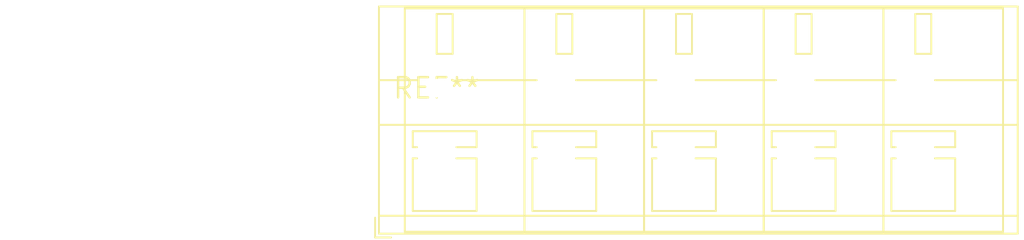
<source format=kicad_pcb>
(kicad_pcb (version 20240108) (generator pcbnew)
  (layers (0 "F.Cu" signal) (31 "B.Cu" signal) (34 "B.Paste" user) (35 "F.Paste" user) (36 "B.SilkS" user "B.Silkscreen") (37 "F.SilkS" user "F.Silkscreen") (38 "B.Mask" user) (39 "F.Mask" user) (44 "Edge.Cuts" user))
  (net 0 "")
  (footprint "TerminalBlock_WAGO_236-505_1x05_P7.50mm_45Degree" (layer "F.Cu") (at 0 0)
    (property "Reference" "REF**")
    (property "Value" "TerminalBlock_WAGO_236-505_1x05_P7.50mm_45Degree")
    (fp_line (start -3.86 8.12) (end -3.86 9.36) (layer "F.SilkS") (stroke (width 0.12)))
    (fp_line (start -3.86 9.36) (end -2.86 9.36) (layer "F.SilkS") (stroke (width 0.12)))
    (fp_line (start -3.62 -5.12) (end -3.62 9.12) (layer "F.SilkS") (stroke (width 0.12)))
    (fp_line (start -3.62 -5.12) (end 36.42 -5.12) (layer "F.SilkS") (stroke (width 0.12)))
    (fp_line (start -3.62 -0.5) (end -1.23 -0.5) (layer "F.SilkS") (stroke (width 0.12)))
    (fp_line (start -3.62 2.3) (end 36.42 2.3) (layer "F.SilkS") (stroke (width 0.12)))
    (fp_line (start -3.62 8) (end 36.42 8) (layer "F.SilkS") (stroke (width 0.12)))
    (fp_line (start -3.62 9.12) (end 36.42 9.12) (layer "F.SilkS") (stroke (width 0.12)))
    (fp_line (start -2 -5) (end -2 9) (layer "F.SilkS") (stroke (width 0.12)))
    (fp_line (start -2 -5) (end 5.5 -5) (layer "F.SilkS") (stroke (width 0.12)))
    (fp_line (start -2 9) (end 5.5 9) (layer "F.SilkS") (stroke (width 0.12)))
    (fp_line (start -1.5 2.7) (end -1.5 3.7) (layer "F.SilkS") (stroke (width 0.12)))
    (fp_line (start -1.5 2.7) (end 2.5 2.7) (layer "F.SilkS") (stroke (width 0.12)))
    (fp_line (start -1.5 3.7) (end -1.23 3.7) (layer "F.SilkS") (stroke (width 0.12)))
    (fp_line (start -1.5 4.4) (end -1.5 7.7) (layer "F.SilkS") (stroke (width 0.12)))
    (fp_line (start -1.5 4.4) (end -1.23 4.4) (layer "F.SilkS") (stroke (width 0.12)))
    (fp_line (start -1.5 7.7) (end 2.5 7.7) (layer "F.SilkS") (stroke (width 0.12)))
    (fp_line (start 0 -4.65) (end 0 -2.151) (layer "F.SilkS") (stroke (width 0.12)))
    (fp_line (start 0 -4.65) (end 1 -4.65) (layer "F.SilkS") (stroke (width 0.12)))
    (fp_line (start 0 -2.151) (end 1 -2.151) (layer "F.SilkS") (stroke (width 0.12)))
    (fp_line (start 1 -4.65) (end 1 -2.151) (layer "F.SilkS") (stroke (width 0.12)))
    (fp_line (start 1.23 -0.5) (end 6.27 -0.5) (layer "F.SilkS") (stroke (width 0.12)))
    (fp_line (start 1.23 3.7) (end 2.5 3.7) (layer "F.SilkS") (stroke (width 0.12)))
    (fp_line (start 1.23 4.4) (end 2.5 4.4) (layer "F.SilkS") (stroke (width 0.12)))
    (fp_line (start 2.5 2.7) (end 2.5 3.7) (layer "F.SilkS") (stroke (width 0.12)))
    (fp_line (start 2.5 4.4) (end 2.5 7.7) (layer "F.SilkS") (stroke (width 0.12)))
    (fp_line (start 5.5 -5) (end 5.5 9) (layer "F.SilkS") (stroke (width 0.12)))
    (fp_line (start 5.5 -5) (end 5.5 9) (layer "F.SilkS") (stroke (width 0.12)))
    (fp_line (start 5.5 -5) (end 13 -5) (layer "F.SilkS") (stroke (width 0.12)))
    (fp_line (start 5.5 9) (end 13 9) (layer "F.SilkS") (stroke (width 0.12)))
    (fp_line (start 6 2.7) (end 6 3.7) (layer "F.SilkS") (stroke (width 0.12)))
    (fp_line (start 6 2.7) (end 10 2.7) (layer "F.SilkS") (stroke (width 0.12)))
    (fp_line (start 6 3.7) (end 6.27 3.7) (layer "F.SilkS") (stroke (width 0.12)))
    (fp_line (start 6 4.4) (end 6 7.7) (layer "F.SilkS") (stroke (width 0.12)))
    (fp_line (start 6 4.4) (end 6.27 4.4) (layer "F.SilkS") (stroke (width 0.12)))
    (fp_line (start 6 7.7) (end 10 7.7) (layer "F.SilkS") (stroke (width 0.12)))
    (fp_line (start 7.5 -4.65) (end 7.5 -2.151) (layer "F.SilkS") (stroke (width 0.12)))
    (fp_line (start 7.5 -4.65) (end 8.5 -4.65) (layer "F.SilkS") (stroke (width 0.12)))
    (fp_line (start 7.5 -2.151) (end 8.5 -2.151) (layer "F.SilkS") (stroke (width 0.12)))
    (fp_line (start 8.5 -4.65) (end 8.5 -2.151) (layer "F.SilkS") (stroke (width 0.12)))
    (fp_line (start 8.73 -0.5) (end 13.77 -0.5) (layer "F.SilkS") (stroke (width 0.12)))
    (fp_line (start 8.73 3.7) (end 10 3.7) (layer "F.SilkS") (stroke (width 0.12)))
    (fp_line (start 8.73 4.4) (end 10 4.4) (layer "F.SilkS") (stroke (width 0.12)))
    (fp_line (start 10 2.7) (end 10 3.7) (layer "F.SilkS") (stroke (width 0.12)))
    (fp_line (start 10 4.4) (end 10 7.7) (layer "F.SilkS") (stroke (width 0.12)))
    (fp_line (start 13 -5) (end 13 9) (layer "F.SilkS") (stroke (width 0.12)))
    (fp_line (start 13 -5) (end 13 9) (layer "F.SilkS") (stroke (width 0.12)))
    (fp_line (start 13 -5) (end 20.5 -5) (layer "F.SilkS") (stroke (width 0.12)))
    (fp_line (start 13 9) (end 20.5 9) (layer "F.SilkS") (stroke (width 0.12)))
    (fp_line (start 13.5 2.7) (end 13.5 3.7) (layer "F.SilkS") (stroke (width 0.12)))
    (fp_line (start 13.5 2.7) (end 17.5 2.7) (layer "F.SilkS") (stroke (width 0.12)))
    (fp_line (start 13.5 3.7) (end 13.77 3.7) (layer "F.SilkS") (stroke (width 0.12)))
    (fp_line (start 13.5 4.4) (end 13.5 7.7) (layer "F.SilkS") (stroke (width 0.12)))
    (fp_line (start 13.5 4.4) (end 13.77 4.4) (layer "F.SilkS") (stroke (width 0.12)))
    (fp_line (start 13.5 7.7) (end 17.5 7.7) (layer "F.SilkS") (stroke (width 0.12)))
    (fp_line (start 15 -4.65) (end 15 -2.151) (layer "F.SilkS") (stroke (width 0.12)))
    (fp_line (start 15 -4.65) (end 16 -4.65) (layer "F.SilkS") (stroke (width 0.12)))
    (fp_line (start 15 -2.151) (end 16 -2.151) (layer "F.SilkS") (stroke (width 0.12)))
    (fp_line (start 16 -4.65) (end 16 -2.151) (layer "F.SilkS") (stroke (width 0.12)))
    (fp_line (start 16.23 -0.5) (end 21.27 -0.5) (layer "F.SilkS") (stroke (width 0.12)))
    (fp_line (start 16.23 3.7) (end 17.5 3.7) (layer "F.SilkS") (stroke (width 0.12)))
    (fp_line (start 16.23 4.4) (end 17.5 4.4) (layer "F.SilkS") (stroke (width 0.12)))
    (fp_line (start 17.5 2.7) (end 17.5 3.7) (layer "F.SilkS") (stroke (width 0.12)))
    (fp_line (start 17.5 4.4) (end 17.5 7.7) (layer "F.SilkS") (stroke (width 0.12)))
    (fp_line (start 20.5 -5) (end 20.5 9) (layer "F.SilkS") (stroke (width 0.12)))
    (fp_line (start 20.5 -5) (end 20.5 9) (layer "F.SilkS") (stroke (width 0.12)))
    (fp_line (start 20.5 -5) (end 28 -5) (layer "F.SilkS") (stroke (width 0.12)))
    (fp_line (start 20.5 9) (end 28 9) (layer "F.SilkS") (stroke (width 0.12)))
    (fp_line (start 21 2.7) (end 21 3.7) (layer "F.SilkS") (stroke (width 0.12)))
    (fp_line (start 21 2.7) (end 25 2.7) (layer "F.SilkS") (stroke (width 0.12)))
    (fp_line (start 21 3.7) (end 21.27 3.7) (layer "F.SilkS") (stroke (width 0.12)))
    (fp_line (start 21 4.4) (end 21 7.7) (layer "F.SilkS") (stroke (width 0.12)))
    (fp_line (start 21 4.4) (end 21.27 4.4) (layer "F.SilkS") (stroke (width 0.12)))
    (fp_line (start 21 7.7) (end 25 7.7) (layer "F.SilkS") (stroke (width 0.12)))
    (fp_line (start 22.5 -4.65) (end 22.5 -2.151) (layer "F.SilkS") (stroke (width 0.12)))
    (fp_line (start 22.5 -4.65) (end 23.5 -4.65) (layer "F.SilkS") (stroke (width 0.12)))
    (fp_line (start 22.5 -2.151) (end 23.5 -2.151) (layer "F.SilkS") (stroke (width 0.12)))
    (fp_line (start 23.5 -4.65) (end 23.5 -2.151) (layer "F.SilkS") (stroke (width 0.12)))
    (fp_line (start 23.73 -0.5) (end 28.77 -0.5) (layer "F.SilkS") (stroke (width 0.12)))
    (fp_line (start 23.73 3.7) (end 25 3.7) (layer "F.SilkS") (stroke (width 0.12)))
    (fp_line (start 23.73 4.4) (end 25 4.4) (layer "F.SilkS") (stroke (width 0.12)))
    (fp_line (start 25 2.7) (end 25 3.7) (layer "F.SilkS") (stroke (width 0.12)))
    (fp_line (start 25 4.4) (end 25 7.7) (layer "F.SilkS") (stroke (width 0.12)))
    (fp_line (start 28 -5) (end 28 9) (layer "F.SilkS") (stroke (width 0.12)))
    (fp_line (start 28 -5) (end 28 9) (layer "F.SilkS") (stroke (width 0.12)))
    (fp_line (start 28 -5) (end 35.5 -5) (layer "F.SilkS") (stroke (width 0.12)))
    (fp_line (start 28 9) (end 35.5 9) (layer "F.SilkS") (stroke (width 0.12)))
    (fp_line (start 28.5 2.7) (end 28.5 3.7) (layer "F.SilkS") (stroke (width 0.12)))
    (fp_line (start 28.5 2.7) (end 32.5 2.7) (layer "F.SilkS") (stroke (width 0.12)))
    (fp_line (start 28.5 3.7) (end 28.77 3.7) (layer "F.SilkS") (stroke (width 0.12)))
    (fp_line (start 28.5 4.4) (end 28.5 7.7) (layer "F.SilkS") (stroke (width 0.12)))
    (fp_line (start 28.5 4.4) (end 28.77 4.4) (layer "F.SilkS") (stroke (width 0.12)))
    (fp_line (start 28.5 7.7) (end 32.5 7.7) (layer "F.SilkS") (stroke (width 0.12)))
    (fp_line (start 30 -4.65) (end 30 -2.151) (layer "F.SilkS") (stroke (width 0.12)))
    (fp_line (start 30 -4.65) (end 31 -4.65) (layer "F.SilkS") (stroke (width 0.12)))
    (fp_line (start 30 -2.151) (end 31 -2.151) (layer "F.SilkS") (stroke (width 0.12)))
    (fp_line (start 31 -4.65) (end 31 -2.151) (layer "F.SilkS") (stroke (width 0.12)))
    (fp_line (start 31.23 -0.5) (end 36.42 -0.5) (layer "F.SilkS") (stroke (width 0.12)))
    (fp_line (start 31.23 3.7) (end 32.5 3.7) (layer "F.SilkS") (stroke (width 0.12)))
    (fp_line (start 31.23 4.4) (end 32.5 4.4) (layer "F.SilkS") (stroke (width 0.12)))
    (fp_line (start 32.5 2.7) (end 32.5 3.7) (layer "F.SilkS") (stroke (width 0.12)))
    (fp_line (start 32.5 4.4) (end 32.5 7.7) (layer "F.SilkS") (stroke (width 0.12)))
    (fp_line (start 35.5 -5) (end 35.5 9) (layer "F.SilkS") (stroke (width 0.12)))
    (fp_line (start 36.42 -5.12) (end 36.42 9.12) (layer "F.SilkS") (stroke (width 0.12)))
    (pad "1" thru_hole rect (at 0 0) (size 1.5 3) (drill 1.15) (layers *.Cu *.Mask) (remove_unused_layers))
    (pad "1" thru_hole rect (at 0 5) (size 1.5 3) (drill 1.15) (layers *.Cu *.Mask) (remove_unused_layers))
    (pad "2" thru_hole oval (at 7.5 0) (size 1.5 3) (drill 1.15) (layers *.Cu *.Mask) (remove_unused_layers))
    (pad "2" thru_hole oval (at 7.5 5) (size 1.5 3) (drill 1.15) (layers *.Cu *.Mask) (remove_unused_layers))
    (pad "3" thru_hole oval (at 15 0) (size 1.5 3) (drill 1.15) (layers *.Cu *.Mask) (remove_unused_layers))
    (pad "3" thru_hole oval (at 15 5) (size 1.5 3) (drill 1.15) (layers *.Cu *.Mask) (remove_unused_layers))
    (pad "4" thru_hole oval (at 22.5 0) (size 1.5 3) (drill 1.15) (layers *.Cu *.Mask) (remove_unused_layers))
    (pad "4" thru_hole oval (at 22.5 5) (size 1.5 3) (drill 1.15) (layers *.Cu *.Mask) (remove_unused_layers))
    (pad "5" thru_hole oval (at 30 0) (size 1.5 3) (drill 1.15) (layers *.Cu *.Mask) (remove_unused_layers))
    (pad "5" thru_hole oval (at 30 5) (size 1.5 3) (drill 1.15) (layers *.Cu *.Mask) (remove_unused_layers))
  )
)
</source>
